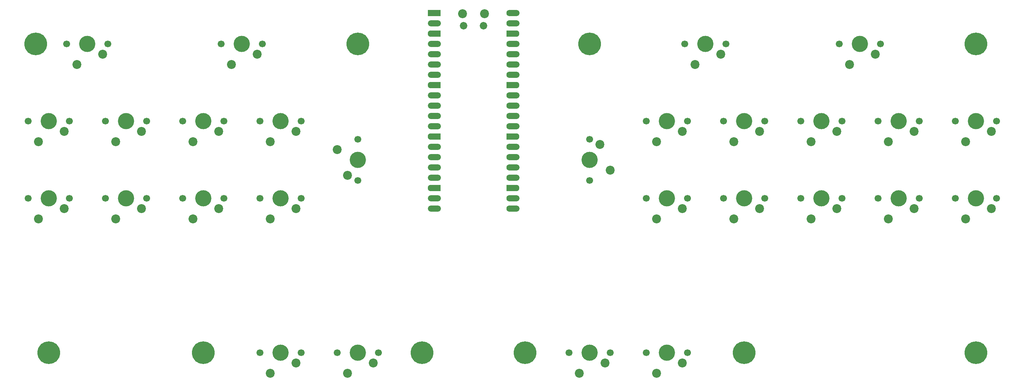
<source format=gts>
G04 #@! TF.GenerationSoftware,KiCad,Pcbnew,8.0.4*
G04 #@! TF.CreationDate,2024-08-07T22:07:56-04:00*
G04 #@! TF.ProjectId,steno,7374656e-6f2e-46b6-9963-61645f706362,1*
G04 #@! TF.SameCoordinates,Original*
G04 #@! TF.FileFunction,Soldermask,Top*
G04 #@! TF.FilePolarity,Negative*
%FSLAX46Y46*%
G04 Gerber Fmt 4.6, Leading zero omitted, Abs format (unit mm)*
G04 Created by KiCad (PCBNEW 8.0.4) date 2024-08-07 22:07:56*
%MOMM*%
%LPD*%
G01*
G04 APERTURE LIST*
G04 Aperture macros list*
%AMRoundRect*
0 Rectangle with rounded corners*
0 $1 Rounding radius*
0 $2 $3 $4 $5 $6 $7 $8 $9 X,Y pos of 4 corners*
0 Add a 4 corners polygon primitive as box body*
4,1,4,$2,$3,$4,$5,$6,$7,$8,$9,$2,$3,0*
0 Add four circle primitives for the rounded corners*
1,1,$1+$1,$2,$3*
1,1,$1+$1,$4,$5*
1,1,$1+$1,$6,$7*
1,1,$1+$1,$8,$9*
0 Add four rect primitives between the rounded corners*
20,1,$1+$1,$2,$3,$4,$5,0*
20,1,$1+$1,$4,$5,$6,$7,0*
20,1,$1+$1,$6,$7,$8,$9,0*
20,1,$1+$1,$8,$9,$2,$3,0*%
%AMFreePoly0*
4,1,28,0.178017,0.779942,0.347107,0.720775,0.498792,0.625465,0.625465,0.498792,0.720775,0.347107,0.779942,0.178017,0.800000,0.000000,0.779942,-0.178017,0.720775,-0.347107,0.625465,-0.498792,0.498792,-0.625465,0.347107,-0.720775,0.178017,-0.779942,0.000000,-0.800000,-2.200000,-0.800000,-2.205014,-0.794986,-2.244504,-0.794986,-2.324698,-0.756366,-2.380194,-0.686777,-2.400000,-0.600000,
-2.400000,0.600000,-2.380194,0.686777,-2.324698,0.756366,-2.244504,0.794986,-2.205014,0.794986,-2.200000,0.800000,0.000000,0.800000,0.178017,0.779942,0.178017,0.779942,$1*%
%AMFreePoly1*
4,1,28,0.605014,0.794986,0.644504,0.794986,0.724698,0.756366,0.780194,0.686777,0.800000,0.600000,0.800000,-0.600000,0.780194,-0.686777,0.724698,-0.756366,0.644504,-0.794986,0.605014,-0.794986,0.600000,-0.800000,0.000000,-0.800000,-0.178017,-0.779942,-0.347107,-0.720775,-0.498792,-0.625465,-0.625465,-0.498792,-0.720775,-0.347107,-0.779942,-0.178017,-0.800000,0.000000,-0.779942,0.178017,
-0.720775,0.347107,-0.625465,0.498792,-0.498792,0.625465,-0.347107,0.720775,-0.178017,0.779942,0.000000,0.800000,0.600000,0.800000,0.605014,0.794986,0.605014,0.794986,$1*%
%AMFreePoly2*
4,1,29,0.605014,0.794986,0.644504,0.794986,0.724698,0.756366,0.780194,0.686777,0.800000,0.600000,0.800000,-0.600000,0.780194,-0.686777,0.724698,-0.756366,0.644504,-0.794986,0.605014,-0.794986,0.600000,-0.800000,0.000000,-0.800000,-1.600000,-0.800000,-1.778017,-0.779942,-1.947107,-0.720775,-2.098792,-0.625465,-2.225465,-0.498792,-2.320775,-0.347107,-2.379942,-0.178017,-2.400000,0.000000,
-2.379942,0.178017,-2.320775,0.347107,-2.225465,0.498792,-2.098792,0.625465,-1.947107,0.720775,-1.778017,0.779942,-1.600000,0.800000,0.600000,0.800000,0.605014,0.794986,0.605014,0.794986,$1*%
%AMFreePoly3*
4,1,28,0.178017,0.779942,0.347107,0.720775,0.498792,0.625465,0.625465,0.498792,0.720775,0.347107,0.779942,0.178017,0.800000,0.000000,0.779942,-0.178017,0.720775,-0.347107,0.625465,-0.498792,0.498792,-0.625465,0.347107,-0.720775,0.178017,-0.779942,0.000000,-0.800000,-0.600000,-0.800000,-0.605014,-0.794986,-0.644504,-0.794986,-0.724698,-0.756366,-0.780194,-0.686777,-0.800000,-0.600000,
-0.800000,0.600000,-0.780194,0.686777,-0.724698,0.756366,-0.644504,0.794986,-0.605014,0.794986,-0.600000,0.800000,0.000000,0.800000,0.178017,0.779942,0.178017,0.779942,$1*%
%AMFreePoly4*
4,1,29,1.778017,0.779942,1.947107,0.720775,2.098792,0.625465,2.225465,0.498792,2.320775,0.347107,2.379942,0.178017,2.400000,0.000000,2.379942,-0.178017,2.320775,-0.347107,2.225465,-0.498792,2.098792,-0.625465,1.947107,-0.720775,1.778017,-0.779942,1.600000,-0.800000,0.000000,-0.800000,-0.600000,-0.800000,-0.605014,-0.794986,-0.644504,-0.794986,-0.724698,-0.756366,-0.780194,-0.686777,
-0.800000,-0.600000,-0.800000,0.600000,-0.780194,0.686777,-0.724698,0.756366,-0.644504,0.794986,-0.605014,0.794986,-0.600000,0.800000,1.600000,0.800000,1.778017,0.779942,1.778017,0.779942,$1*%
G04 Aperture macros list end*
%ADD10C,1.700000*%
%ADD11C,4.000000*%
%ADD12C,2.200000*%
%ADD13C,3.600000*%
%ADD14C,5.600000*%
%ADD15C,1.850000*%
%ADD16RoundRect,0.200000X-0.600000X-0.600000X0.600000X-0.600000X0.600000X0.600000X-0.600000X0.600000X0*%
%ADD17FreePoly0,0.000000*%
%ADD18C,1.600000*%
%ADD19RoundRect,0.800000X-0.800000X-0.000010X0.800000X-0.000010X0.800000X0.000010X-0.800000X0.000010X0*%
%ADD20FreePoly1,0.000000*%
%ADD21FreePoly2,0.000000*%
%ADD22FreePoly3,0.000000*%
%ADD23FreePoly4,0.000000*%
G04 APERTURE END LIST*
D10*
X182880000Y-98425000D03*
D11*
X177800000Y-98425000D03*
D10*
X172720000Y-98425000D03*
D12*
X175260000Y-103505000D03*
X181610000Y-100965000D03*
D10*
X240030000Y-79375000D03*
D11*
X234950000Y-79375000D03*
D10*
X229870000Y-79375000D03*
D12*
X232410000Y-84455000D03*
X238760000Y-81915000D03*
D10*
X259080000Y-98425000D03*
D11*
X254000000Y-98425000D03*
D10*
X248920000Y-98425000D03*
D12*
X251460000Y-103505000D03*
X257810000Y-100965000D03*
D10*
X30480000Y-98425000D03*
D11*
X25400000Y-98425000D03*
D10*
X20320000Y-98425000D03*
D12*
X22860000Y-103505000D03*
X29210000Y-100965000D03*
D10*
X201930000Y-79375000D03*
D11*
X196850000Y-79375000D03*
D10*
X191770000Y-79375000D03*
D12*
X194310000Y-84455000D03*
X200660000Y-81915000D03*
D10*
X68580000Y-79375000D03*
D11*
X63500000Y-79375000D03*
D10*
X58420000Y-79375000D03*
D12*
X60960000Y-84455000D03*
X67310000Y-81915000D03*
D10*
X87630000Y-79375000D03*
D11*
X82550000Y-79375000D03*
D10*
X77470000Y-79375000D03*
D12*
X80010000Y-84455000D03*
X86360000Y-81915000D03*
D10*
X163830000Y-136525000D03*
D11*
X158750000Y-136525000D03*
D10*
X153670000Y-136525000D03*
D12*
X156210000Y-141605000D03*
X162560000Y-139065000D03*
D10*
X259080000Y-79375000D03*
D11*
X254000000Y-79375000D03*
D10*
X248920000Y-79375000D03*
D12*
X251460000Y-84455000D03*
X257810000Y-81915000D03*
D10*
X68580000Y-98425000D03*
D11*
X63500000Y-98425000D03*
D10*
X58420000Y-98425000D03*
D12*
X60960000Y-103505000D03*
X67310000Y-100965000D03*
D10*
X49530000Y-79375000D03*
D11*
X44450000Y-79375000D03*
D10*
X39370000Y-79375000D03*
D12*
X41910000Y-84455000D03*
X48260000Y-81915000D03*
D10*
X220980000Y-98425000D03*
D11*
X215900000Y-98425000D03*
D10*
X210820000Y-98425000D03*
D12*
X213360000Y-103505000D03*
X219710000Y-100965000D03*
D10*
X240030000Y-98425000D03*
D11*
X234950000Y-98425000D03*
D10*
X229870000Y-98425000D03*
D12*
X232410000Y-103505000D03*
X238760000Y-100965000D03*
D10*
X158750000Y-83820000D03*
D11*
X158750000Y-88900000D03*
D10*
X158750000Y-93980000D03*
D12*
X163830000Y-91440000D03*
X161290000Y-85090000D03*
D10*
X201930000Y-98425000D03*
D11*
X196850000Y-98425000D03*
D10*
X191770000Y-98425000D03*
D12*
X194310000Y-103505000D03*
X200660000Y-100965000D03*
D10*
X101600000Y-93980000D03*
D11*
X101600000Y-88900000D03*
D10*
X101600000Y-83820000D03*
D12*
X96520000Y-86360000D03*
X99060000Y-92710000D03*
D10*
X230505000Y-60325000D03*
D11*
X225425000Y-60325000D03*
D10*
X220345000Y-60325000D03*
D12*
X222885000Y-65405000D03*
X229235000Y-62865000D03*
D10*
X87630000Y-136525000D03*
D11*
X82550000Y-136525000D03*
D10*
X77470000Y-136525000D03*
D12*
X80010000Y-141605000D03*
X86360000Y-139065000D03*
D10*
X182880000Y-79375000D03*
D11*
X177800000Y-79375000D03*
D10*
X172720000Y-79375000D03*
D12*
X175260000Y-84455000D03*
X181610000Y-81915000D03*
D10*
X30480000Y-79375000D03*
D11*
X25400000Y-79375000D03*
D10*
X20320000Y-79375000D03*
D12*
X22860000Y-84455000D03*
X29210000Y-81915000D03*
D10*
X106680000Y-136525000D03*
D11*
X101600000Y-136525000D03*
D10*
X96520000Y-136525000D03*
D12*
X99060000Y-141605000D03*
X105410000Y-139065000D03*
D10*
X192405000Y-60325000D03*
D11*
X187325000Y-60325000D03*
D10*
X182245000Y-60325000D03*
D12*
X184785000Y-65405000D03*
X191135000Y-62865000D03*
D10*
X220980000Y-79375000D03*
D11*
X215900000Y-79375000D03*
D10*
X210820000Y-79375000D03*
D12*
X213360000Y-84455000D03*
X219710000Y-81915000D03*
D10*
X182880000Y-136525000D03*
D11*
X177800000Y-136525000D03*
D10*
X172720000Y-136525000D03*
D12*
X175260000Y-141605000D03*
X181610000Y-139065000D03*
D10*
X87630000Y-98425000D03*
D11*
X82550000Y-98425000D03*
D10*
X77470000Y-98425000D03*
D12*
X80010000Y-103505000D03*
X86360000Y-100965000D03*
D10*
X40005000Y-60325000D03*
D11*
X34925000Y-60325000D03*
D10*
X29845000Y-60325000D03*
D12*
X32385000Y-65405000D03*
X38735000Y-62865000D03*
D10*
X49530000Y-98425000D03*
D11*
X44450000Y-98425000D03*
D10*
X39370000Y-98425000D03*
D12*
X41910000Y-103505000D03*
X48260000Y-100965000D03*
D10*
X78105000Y-60325000D03*
D11*
X73025000Y-60325000D03*
D10*
X67945000Y-60325000D03*
D12*
X70485000Y-65405000D03*
X76835000Y-62865000D03*
D13*
X254000000Y-136525000D03*
D14*
X254000000Y-136525000D03*
D13*
X22225000Y-60325000D03*
D14*
X22225000Y-60325000D03*
D13*
X196850000Y-136525000D03*
D14*
X196850000Y-136525000D03*
D13*
X254000000Y-60325000D03*
D14*
X254000000Y-60325000D03*
D13*
X158750000Y-60325000D03*
D14*
X158750000Y-60325000D03*
D13*
X25400000Y-136525000D03*
D14*
X25400000Y-136525000D03*
D12*
X127450000Y-52835000D03*
D15*
X127750000Y-55865000D03*
X132600000Y-55865000D03*
D12*
X132900000Y-52835000D03*
D16*
X121285000Y-52705000D03*
D17*
X121285000Y-52705000D03*
D18*
X121285000Y-55245000D03*
D19*
X120485000Y-55245000D03*
D20*
X121285000Y-57785000D03*
D21*
X121285000Y-57785000D03*
D18*
X121285000Y-60325000D03*
D19*
X120485000Y-60325000D03*
D18*
X121285000Y-62865000D03*
D19*
X120485000Y-62865000D03*
D18*
X121285000Y-65405000D03*
D19*
X120485000Y-65405000D03*
D18*
X121285000Y-67945000D03*
D19*
X120485000Y-67945000D03*
D20*
X121285000Y-70485000D03*
D21*
X121285000Y-70485000D03*
D18*
X121285000Y-73025000D03*
D19*
X120485000Y-73025000D03*
D18*
X121285000Y-75565000D03*
D19*
X120485000Y-75565000D03*
D18*
X121285000Y-78105000D03*
D19*
X120485000Y-78105000D03*
D18*
X121285000Y-80645000D03*
D19*
X120485000Y-80645000D03*
D20*
X121285000Y-83185000D03*
D21*
X121285000Y-83185000D03*
D18*
X121285000Y-85725000D03*
D19*
X120485000Y-85725000D03*
D18*
X121285000Y-88265000D03*
D19*
X120485000Y-88265000D03*
D18*
X121285000Y-90805000D03*
D19*
X120485000Y-90805000D03*
D18*
X121285000Y-93345000D03*
D19*
X120485000Y-93345000D03*
D20*
X121285000Y-95885000D03*
D21*
X121285000Y-95885000D03*
D18*
X121285000Y-98425000D03*
D19*
X120485000Y-98425000D03*
D18*
X121285000Y-100965000D03*
D19*
X120485000Y-100965000D03*
D18*
X139065000Y-100965000D03*
D19*
X139865000Y-100965000D03*
D18*
X139065000Y-98425000D03*
D19*
X139865000Y-98425000D03*
D22*
X139065000Y-95885000D03*
D23*
X139065000Y-95885000D03*
D18*
X139065000Y-93345000D03*
D19*
X139865000Y-93345000D03*
D18*
X139065000Y-90805000D03*
D19*
X139865000Y-90805000D03*
D18*
X139065000Y-88265000D03*
D19*
X139865000Y-88265000D03*
D18*
X139065000Y-85725000D03*
D19*
X139865000Y-85725000D03*
D22*
X139065000Y-83185000D03*
D23*
X139065000Y-83185000D03*
D18*
X139065000Y-80645000D03*
D19*
X139865000Y-80645000D03*
D18*
X139065000Y-78105000D03*
D19*
X139865000Y-78105000D03*
D18*
X139065000Y-75565000D03*
D19*
X139865000Y-75565000D03*
D18*
X139065000Y-73025000D03*
D19*
X139865000Y-73025000D03*
D22*
X139065000Y-70485000D03*
D23*
X139065000Y-70485000D03*
D18*
X139065000Y-67945000D03*
D19*
X139865000Y-67945000D03*
D18*
X139065000Y-65405000D03*
D19*
X139865000Y-65405000D03*
D18*
X139065000Y-62865000D03*
D19*
X139865000Y-62865000D03*
D18*
X139065000Y-60325000D03*
D19*
X139865000Y-60325000D03*
D22*
X139065000Y-57785000D03*
D23*
X139065000Y-57785000D03*
D18*
X139065000Y-55245000D03*
D19*
X139865000Y-55245000D03*
D18*
X139065000Y-52705000D03*
D19*
X139865000Y-52705000D03*
D13*
X117475000Y-136525000D03*
D14*
X117475000Y-136525000D03*
D13*
X101600000Y-60325000D03*
D14*
X101600000Y-60325000D03*
D13*
X63500000Y-136525000D03*
D14*
X63500000Y-136525000D03*
D13*
X142875000Y-136525000D03*
D14*
X142875000Y-136525000D03*
M02*

</source>
